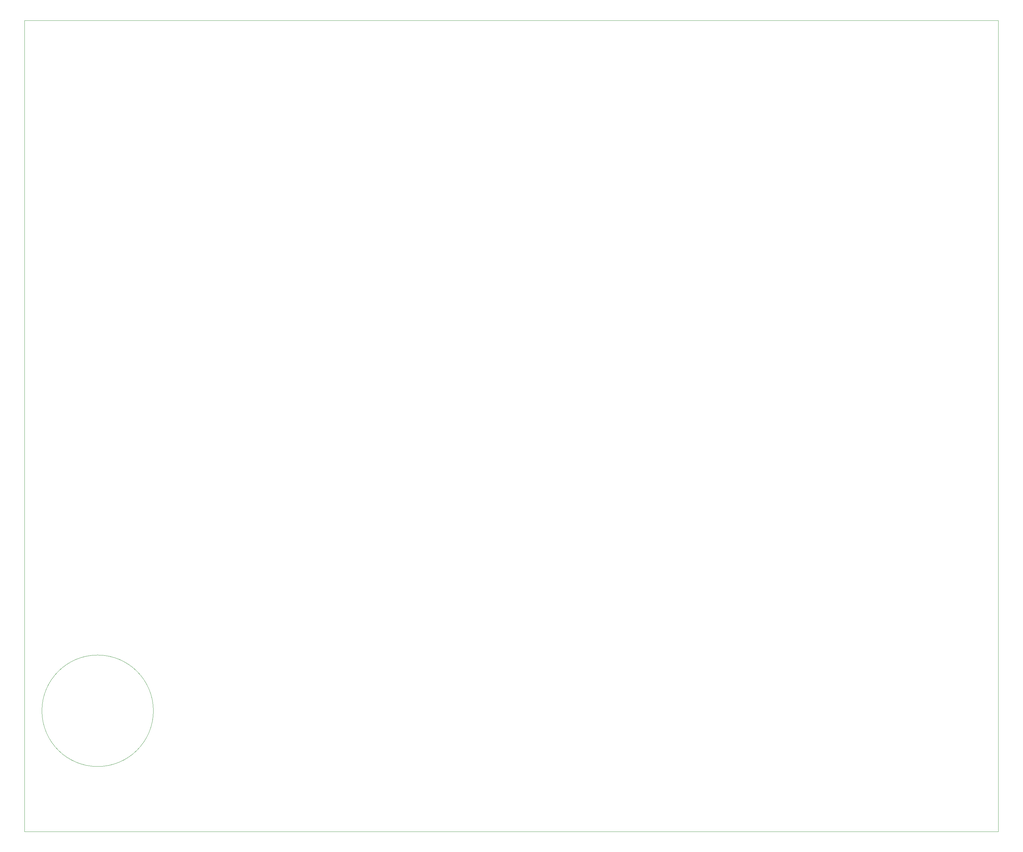
<source format=gbr>
%TF.GenerationSoftware,KiCad,Pcbnew,7.0.2-0*%
%TF.CreationDate,2023-11-13T20:51:25-05:00*%
%TF.ProjectId,Bridge System On Ramp,42726964-6765-4205-9379-7374656d204f,rev?*%
%TF.SameCoordinates,Original*%
%TF.FileFunction,Profile,NP*%
%FSLAX46Y46*%
G04 Gerber Fmt 4.6, Leading zero omitted, Abs format (unit mm)*
G04 Created by KiCad (PCBNEW 7.0.2-0) date 2023-11-13 20:51:25*
%MOMM*%
%LPD*%
G01*
G04 APERTURE LIST*
%TA.AperFunction,Profile*%
%ADD10C,0.100000*%
%TD*%
G04 APERTURE END LIST*
D10*
X12701600Y-129540000D02*
G75*
G03*
X12701600Y-129540000I-15241600J0D01*
G01*
X-22537681Y59258465D02*
X243840000Y59258465D01*
X243840000Y-162560000D01*
X-22537681Y-162560000D01*
X-22537681Y59258465D01*
M02*

</source>
